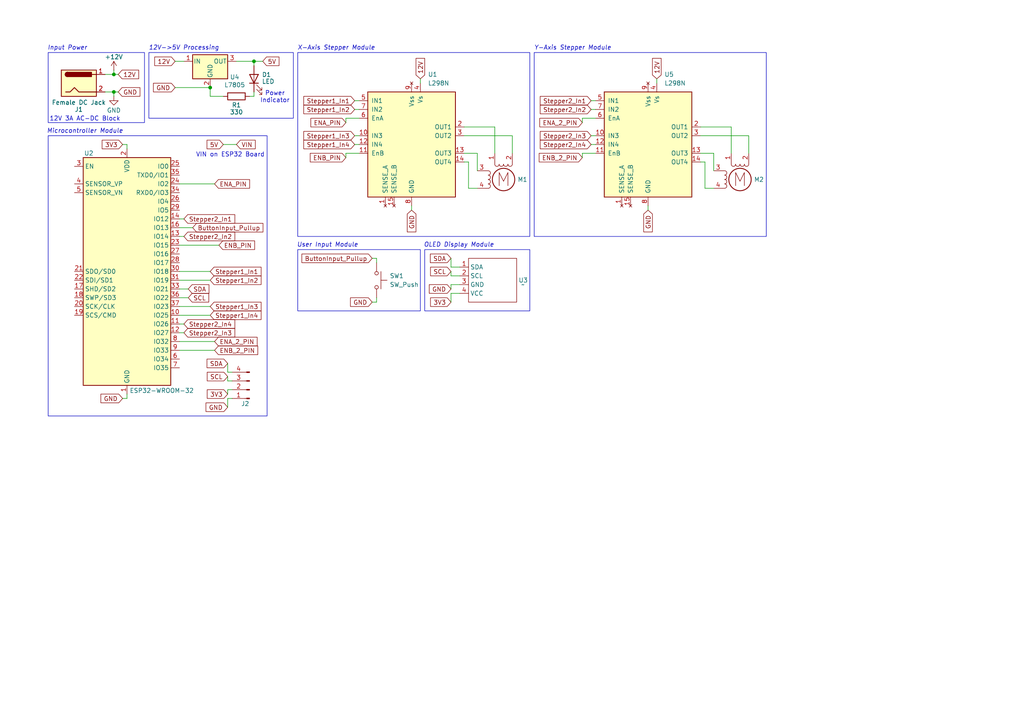
<source format=kicad_sch>
(kicad_sch (version 20231120) (generator "eeschema") (generator_version "8.0")
  (paper "A4")
  (lib_symbols
    (symbol "Connector:Conn_01x04_Pin" (pin_names (offset 1.016) hide)
      (property "Reference" "J" (at 0 5.08 0))
      (property "Value" "Conn_01x04_Pin" (at 0 -7.62 0))
      (symbol "Conn_01x04_Pin_1_1"
        (polyline (pts (xy 1.27 -5.08) (xy 0.8636 -5.08)) (stroke (width 0.1524)))
        (polyline (pts (xy 1.27 -2.54) (xy 0.8636 -2.54)) (stroke (width 0.1524)))
        (polyline (pts (xy 1.27 0) (xy 0.8636 0)) (stroke (width 0.1524)))
        (polyline (pts (xy 1.27 2.54) (xy 0.8636 2.54)) (stroke (width 0.1524)))
        (rectangle (start 0.8636 -4.953) (end 0 -5.207) (stroke (width 0.1524)) (fill (type outline)))
        (rectangle (start 0.8636 -2.413) (end 0 -2.667) (stroke (width 0.1524)) (fill (type outline)))
        (rectangle (start 0.8636 0.127) (end 0 -0.127) (stroke (width 0.1524)) (fill (type outline)))
        (rectangle (start 0.8636 2.667) (end 0 2.413) (stroke (width 0.1524)) (fill (type outline)))
        (pin passive line (at 5.08 2.54 180) (length 3.81) (name "Pin_1") (number "1"))
        (pin passive line (at 5.08 0 180) (length 3.81) (name "Pin_2") (number "2"))
        (pin passive line (at 5.08 -2.54 180) (length 3.81) (name "Pin_3") (number "3"))
        (pin passive line (at 5.08 -5.08 180) (length 3.81) (name "Pin_4") (number "4"))
      )
    )
    (symbol "Connector:Jack-DC" (pin_names (offset 1.016))
      (property "Reference" "J" (at 0 5.334 0))
      (property "Value" "Jack-DC" (at 0 -5.08 0))
      (symbol "Jack-DC_0_1"
        (rectangle (start -5.08 3.81) (end 5.08 -3.81) (stroke (width 0.254)) (fill (type background)))
        (arc (start -3.302 3.175) (mid -3.9343 2.54) (end -3.302 1.905) (stroke (width 0.254)))
        (arc (start -3.302 3.175) (mid -3.9343 2.54) (end -3.302 1.905) (stroke (width 0.254)) (fill (type outline)))
        (polyline (pts (xy 5.08 2.54) (xy 3.81 2.54)) (stroke (width 0.254)))
        (polyline (pts (xy -3.81 -2.54) (xy -2.54 -2.54) (xy -1.27 -1.27) (xy 0 -2.54) (xy 2.54 -2.54) (xy 5.08 -2.54)) (stroke (width 0.254)))
        (rectangle (start 3.683 3.175) (end -3.302 1.905) (stroke (width 0.254)) (fill (type outline)))
      )
      (symbol "Jack-DC_1_1"
        (pin passive line (at 7.62 2.54 180) (length 2.54) (name "~") (number "1"))
        (pin passive line (at 7.62 -2.54 180) (length 2.54) (name "~") (number "2"))
      )
    )
    (symbol "Device:LED" (pin_numbers hide) (pin_names (offset 1.016) hide)
      (property "Reference" "D" (at 0 2.54 0))
      (property "Value" "LED" (at 0 -2.54 0))
      (symbol "LED_0_1"
        (polyline (pts (xy -1.27 -1.27) (xy -1.27 1.27)) (stroke (width 0.254)))
        (polyline (pts (xy -1.27 0) (xy 1.27 0)))
        (polyline (pts (xy 1.27 -1.27) (xy 1.27 1.27) (xy -1.27 0) (xy 1.27 -1.27)) (stroke (width 0.254)))
        (polyline (pts (xy -3.048 -0.762) (xy -4.572 -2.286) (xy -3.81 -2.286) (xy -4.572 -2.286) (xy -4.572 -1.524)))
        (polyline (pts (xy -1.778 -0.762) (xy -3.302 -2.286) (xy -2.54 -2.286) (xy -3.302 -2.286) (xy -3.302 -1.524)))
      )
      (symbol "LED_1_1"
        (pin passive line (at -3.81 0 0) (length 2.54) (name "K") (number "1"))
        (pin passive line (at 3.81 0 180) (length 2.54) (name "A") (number "2"))
      )
    )
    (symbol "Device:R" (pin_numbers hide) (pin_names (offset 0))
      (property "Reference" "R" (at 2.032 0 90))
      (property "Value" "R" (at 0 0 90))
      (symbol "R_0_1"
        (rectangle (start -1.016 -2.54) (end 1.016 2.54) (stroke (width 0.254)))
      )
      (symbol "R_1_1"
        (pin passive line (at 0 3.81 270) (length 1.27) (name "~") (number "1"))
        (pin passive line (at 0 -3.81 90) (length 1.27) (name "~") (number "2"))
      )
    )
    (symbol "KiCadLibrary_LiDARProject:1.4{dblquote}_OLED"
      (property "Reference" "U" (at 0 0 0))
      (symbol "1.4{dblquote}_OLED_0_1"
        (rectangle (start -6.35 6.35) (end 6.35 -7.62))
      )
      (symbol "1.4{dblquote}_OLED_1_1"
        (pin bidirectional line (at -3.81 -10.16 90) (length 2.54) (name "SDA") (number "1"))
        (pin bidirectional line (at -1.27 -10.16 90) (length 2.54) (name "SCL") (number "2"))
        (pin power_out line (at 1.27 -10.16 90) (length 2.54) (name "GND") (number "3"))
        (pin power_in line (at 3.81 -10.16 90) (length 2.54) (name "VCC") (number "4"))
      )
    )
    (symbol "L298N_1" (pin_names (offset 1.016))
      (property "Reference" "U5" (at 4.7341 20.32 0))
      (property "Value" "L298N" (at 4.7341 17.78 0))
      (symbol "L298N_1_0_1"
        (rectangle (start -12.7 15.24) (end 12.7 -15.24) (stroke (width 0.254)) (fill (type background)))
      )
      (symbol "L298N_1_1_1"
        (pin no_connect line (at -7.62 -17.78 90) (length 2.54) (name "SENSE_A") (number "1"))
        (pin input line (at -15.24 2.54 0) (length 2.54) (name "IN3") (number "10"))
        (pin input line (at -15.24 -2.54 0) (length 2.54) (name "EnB") (number "11"))
        (pin input line (at -15.24 0 0) (length 2.54) (name "IN4") (number "12"))
        (pin output line (at 15.24 -2.54 180) (length 2.54) (name "OUT3") (number "13"))
        (pin output line (at 15.24 -5.08 180) (length 2.54) (name "OUT4") (number "14"))
        (pin no_connect line (at -5.08 -17.78 90) (length 2.54) (name "SENSE_B") (number "15"))
        (pin output line (at 15.24 5.08 180) (length 2.54) (name "OUT1") (number "2"))
        (pin output line (at 15.24 2.54 180) (length 2.54) (name "OUT2") (number "3"))
        (pin power_in line (at 2.54 17.78 270) (length 2.54) (name "Vs") (number "4"))
        (pin input line (at -15.24 12.7 0) (length 2.54) (name "IN1") (number "5"))
        (pin input line (at -15.24 7.62 0) (length 2.54) (name "EnA") (number "6"))
        (pin input line (at -15.24 10.16 0) (length 2.54) (name "IN2") (number "7"))
        (pin power_in line (at 0 -17.78 90) (length 2.54) (name "GND") (number "8"))
        (pin no_connect line (at 0 17.78 270) (length 2.54) (name "Vss") (number "9"))
      )
    )
    (symbol "L298N_2" (pin_names (offset 1.016))
      (property "Reference" "U1" (at 4.7341 20.32 0))
      (property "Value" "L298N" (at 4.7341 17.78 0))
      (symbol "L298N_2_0_1"
        (rectangle (start -12.7 15.24) (end 12.7 -15.24) (stroke (width 0.254)) (fill (type background)))
      )
      (symbol "L298N_2_1_1"
        (pin no_connect line (at -7.62 -17.78 90) (length 2.54) (name "SENSE_A") (number "1"))
        (pin input line (at -15.24 2.54 0) (length 2.54) (name "IN3") (number "10"))
        (pin input line (at -15.24 -2.54 0) (length 2.54) (name "EnB") (number "11"))
        (pin input line (at -15.24 0 0) (length 2.54) (name "IN4") (number "12"))
        (pin output line (at 15.24 -2.54 180) (length 2.54) (name "OUT3") (number "13"))
        (pin output line (at 15.24 -5.08 180) (length 2.54) (name "OUT4") (number "14"))
        (pin no_connect line (at -5.08 -17.78 90) (length 2.54) (name "SENSE_B") (number "15"))
        (pin output line (at 15.24 5.08 180) (length 2.54) (name "OUT1") (number "2"))
        (pin output line (at 15.24 2.54 180) (length 2.54) (name "OUT2") (number "3"))
        (pin power_in line (at 2.54 17.78 270) (length 2.54) (name "Vs") (number "4"))
        (pin input line (at -15.24 12.7 0) (length 2.54) (name "IN1") (number "5"))
        (pin input line (at -15.24 7.62 0) (length 2.54) (name "EnA") (number "6"))
        (pin input line (at -15.24 10.16 0) (length 2.54) (name "IN2") (number "7"))
        (pin power_in line (at 0 -17.78 90) (length 2.54) (name "GND") (number "8"))
        (pin no_connect line (at 0 17.78 270) (length 2.54) (name "Vss") (number "9"))
      )
    )
    (symbol "Motor:Stepper_Motor_bipolar" (pin_names (offset 0) hide)
      (property "Reference" "M" (at 3.81 2.54 0))
      (property "Value" "Stepper_Motor_bipolar" (at 3.81 1.27 0))
      (symbol "Stepper_Motor_bipolar_0_0"
        (polyline (pts (xy -1.27 -1.778) (xy -1.27 2.032) (xy 0 -0.508) (xy 1.27 2.032) (xy 1.27 -1.778)))
      )
      (symbol "Stepper_Motor_bipolar_0_1"
        (arc (start -4.445 -2.54) (mid -3.8127 -1.905) (end -4.445 -1.27))
        (arc (start -4.445 -1.27) (mid -3.8127 -0.635) (end -4.445 0))
        (arc (start -4.445 0) (mid -3.8127 0.635) (end -4.445 1.27))
        (arc (start -4.445 1.27) (mid -3.8127 1.905) (end -4.445 2.54))
        (arc (start -2.54 4.445) (mid -1.905 3.8127) (end -1.27 4.445))
        (arc (start -1.27 4.445) (mid -0.635 3.8127) (end 0 4.445))
        (polyline (pts (xy -5.08 -2.54) (xy -4.445 -2.54)))
        (polyline (pts (xy -5.08 2.54) (xy -4.445 2.54)))
        (polyline (pts (xy -2.54 5.08) (xy -2.54 4.445)))
        (polyline (pts (xy 2.54 5.08) (xy 2.54 4.445)))
        (circle (center 0 0) (radius 3.2512) (stroke (width 0.254)))
        (arc (start 0 4.445) (mid 0.635 3.8127) (end 1.27 4.445))
        (arc (start 1.27 4.445) (mid 1.905 3.8127) (end 2.54 4.445))
      )
      (symbol "Stepper_Motor_bipolar_1_1"
        (pin passive line (at -2.54 7.62 270) (length 2.54) (name "~") (number "1"))
        (pin passive line (at 2.54 7.62 270) (length 2.54) (name "-") (number "2"))
        (pin passive line (at -7.62 2.54 0) (length 2.54) (name "~") (number "3"))
        (pin passive line (at -7.62 -2.54 0) (length 2.54) (name "~") (number "4"))
      )
    )
    (symbol "RF_Module:ESP32-WROOM-32"
      (property "Reference" "U" (at -12.7 34.29 0))
      (property "Value" "ESP32-WROOM-32" (at 1.27 34.29 0))
      (symbol "ESP32-WROOM-32_0_1"
        (rectangle (start -12.7 33.02) (end 12.7 -33.02) (stroke (width 0.254)) (fill (type background)))
      )
      (symbol "ESP32-WROOM-32_1_1"
        (pin power_in line (at 0 -35.56 90) (length 2.54) (name "GND") (number "1"))
        (pin bidirectional line (at 15.24 -12.7 180) (length 2.54) (name "IO25") (number "10"))
        (pin bidirectional line (at 15.24 -15.24 180) (length 2.54) (name "IO26") (number "11"))
        (pin bidirectional line (at 15.24 -17.78 180) (length 2.54) (name "IO27") (number "12"))
        (pin bidirectional line (at 15.24 10.16 180) (length 2.54) (name "IO14") (number "13"))
        (pin bidirectional line (at 15.24 15.24 180) (length 2.54) (name "IO12") (number "14"))
        (pin passive line (at 0 -35.56 90) (length 2.54) hide (name "GND") (number "15"))
        (pin bidirectional line (at 15.24 12.7 180) (length 2.54) (name "IO13") (number "16"))
        (pin bidirectional line (at -15.24 -5.08 0) (length 2.54) (name "SHD/SD2") (number "17"))
        (pin bidirectional line (at -15.24 -7.62 0) (length 2.54) (name "SWP/SD3") (number "18"))
        (pin bidirectional line (at -15.24 -12.7 0) (length 2.54) (name "SCS/CMD") (number "19"))
        (pin power_in line (at 0 35.56 270) (length 2.54) (name "VDD") (number "2"))
        (pin bidirectional line (at -15.24 -10.16 0) (length 2.54) (name "SCK/CLK") (number "20"))
        (pin bidirectional line (at -15.24 0 0) (length 2.54) (name "SDO/SD0") (number "21"))
        (pin bidirectional line (at -15.24 -2.54 0) (length 2.54) (name "SDI/SD1") (number "22"))
        (pin bidirectional line (at 15.24 7.62 180) (length 2.54) (name "IO15") (number "23"))
        (pin bidirectional line (at 15.24 25.4 180) (length 2.54) (name "IO2") (number "24"))
        (pin bidirectional line (at 15.24 30.48 180) (length 2.54) (name "IO0") (number "25"))
        (pin bidirectional line (at 15.24 20.32 180) (length 2.54) (name "IO4") (number "26"))
        (pin bidirectional line (at 15.24 5.08 180) (length 2.54) (name "IO16") (number "27"))
        (pin bidirectional line (at 15.24 2.54 180) (length 2.54) (name "IO17") (number "28"))
        (pin bidirectional line (at 15.24 17.78 180) (length 2.54) (name "IO5") (number "29"))
        (pin input line (at -15.24 30.48 0) (length 2.54) (name "EN") (number "3"))
        (pin bidirectional line (at 15.24 0 180) (length 2.54) (name "IO18") (number "30"))
        (pin bidirectional line (at 15.24 -2.54 180) (length 2.54) (name "IO19") (number "31"))
        (pin no_connect line (at -12.7 -27.94 0) (length 2.54) hide (name "NC") (number "32"))
        (pin bidirectional line (at 15.24 -5.08 180) (length 2.54) (name "IO21") (number "33"))
        (pin bidirectional line (at 15.24 22.86 180) (length 2.54) (name "RXD0/IO3") (number "34"))
        (pin bidirectional line (at 15.24 27.94 180) (length 2.54) (name "TXD0/IO1") (number "35"))
        (pin bidirectional line (at 15.24 -7.62 180) (length 2.54) (name "IO22") (number "36"))
        (pin bidirectional line (at 15.24 -10.16 180) (length 2.54) (name "IO23") (number "37"))
        (pin passive line (at 0 -35.56 90) (length 2.54) hide (name "GND") (number "38"))
        (pin passive line (at 0 -35.56 90) (length 2.54) hide (name "GND") (number "39"))
        (pin input line (at -15.24 25.4 0) (length 2.54) (name "SENSOR_VP") (number "4"))
        (pin input line (at -15.24 22.86 0) (length 2.54) (name "SENSOR_VN") (number "5"))
        (pin input line (at 15.24 -25.4 180) (length 2.54) (name "IO34") (number "6"))
        (pin input line (at 15.24 -27.94 180) (length 2.54) (name "IO35") (number "7"))
        (pin bidirectional line (at 15.24 -20.32 180) (length 2.54) (name "IO32") (number "8"))
        (pin bidirectional line (at 15.24 -22.86 180) (length 2.54) (name "IO33") (number "9"))
      )
    )
    (symbol "Regulator_Linear:L7805" (pin_names (offset 0.254))
      (property "Reference" "U" (at -3.81 3.175 0))
      (property "Value" "L7805" (at 0 3.175 0))
      (symbol "L7805_0_1"
        (rectangle (start -5.08 1.905) (end 5.08 -5.08) (stroke (width 0.254)) (fill (type background)))
      )
      (symbol "L7805_1_1"
        (pin power_in line (at -7.62 0 0) (length 2.54) (name "IN") (number "1"))
        (pin power_in line (at 0 -7.62 90) (length 2.54) (name "GND") (number "2"))
        (pin power_out line (at 7.62 0 180) (length 2.54) (name "OUT") (number "3"))
      )
    )
    (symbol "Switch:SW_Push" (pin_numbers hide) (pin_names (offset 1.016) hide)
      (property "Reference" "SW" (at 1.27 2.54 0))
      (property "Value" "SW_Push" (at 0 -1.524 0))
      (symbol "SW_Push_0_1"
        (circle (center -2.032 0) (radius 0.508))
        (polyline (pts (xy 0 1.27) (xy 0 3.048)))
        (polyline (pts (xy 2.54 1.27) (xy -2.54 1.27)))
        (circle (center 2.032 0) (radius 0.508))
        (pin passive line (at -5.08 0 0) (length 2.54) (name "1") (number "1"))
        (pin passive line (at 5.08 0 180) (length 2.54) (name "2") (number "2"))
      )
    )
    (symbol "power:+12V" (power) (pin_numbers hide) (pin_names (offset 0) hide)
      (property "Value" "+12V" (at 0 3.556 0))
      (symbol "+12V_0_1"
        (polyline (pts (xy -0.762 1.27) (xy 0 2.54)))
        (polyline (pts (xy 0 0) (xy 0 2.54)))
        (polyline (pts (xy 0 2.54) (xy 0.762 1.27)))
      )
      (symbol "+12V_1_1"
        (pin power_in line (at 0 0 90) (length 0) (name "~") (number "1"))
      )
    )
    (symbol "power:GND" (power) (pin_numbers hide) (pin_names (offset 0) hide)
      (property "Value" "GND" (at 0 -3.81 0))
      (symbol "GND_0_1"
        (polyline (pts (xy 0 0) (xy 0 -1.27) (xy 1.27 -1.27) (xy 0 -2.54) (xy -1.27 -1.27) (xy 0 -1.27)))
      )
      (symbol "GND_1_1"
        (pin power_in line (at 0 0 270) (length 0) (name "~") (number "1"))
      )
    )
  )
  (junction (at 33.02 26.67))
  (junction (at 60.96 25.4))
  (junction (at 33.02 21.59))
  (junction (at 73.66 17.78))
  (wire (pts (xy 66.04 118.11) (xy 66.04 115.57)))
  (wire (pts (xy 52.07 81.28) (xy 60.96 81.28)))
  (wire (pts (xy 190.5 22.86) (xy 190.5 24.13)))
  (wire (pts (xy 66.04 110.49) (xy 67.31 110.49)))
  (wire (pts (xy 130.81 80.01) (xy 133.35 80.01)))
  (wire (pts (xy 100.33 45.72) (xy 100.33 44.45)))
  (wire (pts (xy 54.61 86.36) (xy 52.07 86.36)))
  (wire (pts (xy 73.66 26.67) (xy 73.66 27.94)))
  (wire (pts (xy 109.22 86.36) (xy 109.22 87.63)))
  (wire (pts (xy 168.91 34.29) (xy 172.72 34.29)))
  (wire (pts (xy 30.48 21.59) (xy 33.02 21.59)))
  (wire (pts (xy 36.83 114.3) (xy 36.83 115.57)))
  (wire (pts (xy 66.04 115.57) (xy 67.31 115.57)))
  (wire (pts (xy 52.07 66.04) (xy 55.88 66.04)))
  (wire (pts (xy 52.07 63.5) (xy 53.34 63.5)))
  (wire (pts (xy 52.07 71.12) (xy 63.5 71.12)))
  (wire (pts (xy 119.38 59.69) (xy 119.38 60.96)))
  (wire (pts (xy 33.02 26.67) (xy 34.29 26.67)))
  (wire (pts (xy 134.62 46.99) (xy 135.89 46.99)))
  (wire (pts (xy 207.01 44.45) (xy 207.01 49.53)))
  (wire (pts (xy 35.56 41.91) (xy 36.83 41.91)))
  (wire (pts (xy 135.89 46.99) (xy 135.89 54.61)))
  (wire (pts (xy 148.59 39.37) (xy 148.59 44.45)))
  (wire (pts (xy 130.81 87.63) (xy 130.81 85.09)))
  (wire (pts (xy 143.51 36.83) (xy 143.51 44.45)))
  (wire (pts (xy 36.83 115.57) (xy 35.56 115.57)))
  (wire (pts (xy 203.2 39.37) (xy 217.17 39.37)))
  (wire (pts (xy 52.07 68.58) (xy 53.34 68.58)))
  (wire (pts (xy 73.66 17.78) (xy 73.66 19.05)))
  (wire (pts (xy 171.45 29.21) (xy 172.72 29.21)))
  (wire (pts (xy 66.04 107.95) (xy 67.31 107.95)))
  (wire (pts (xy 212.09 36.83) (xy 212.09 44.45)))
  (wire (pts (xy 52.07 99.06) (xy 62.23 99.06)))
  (wire (pts (xy 50.8 17.78) (xy 53.34 17.78)))
  (wire (pts (xy 68.58 17.78) (xy 73.66 17.78)))
  (wire (pts (xy 130.81 78.74) (xy 130.81 80.01)))
  (wire (pts (xy 52.07 91.44) (xy 60.96 91.44)))
  (wire (pts (xy 100.33 35.56) (xy 100.33 34.29)))
  (wire (pts (xy 102.87 29.21) (xy 104.14 29.21)))
  (wire (pts (xy 203.2 36.83) (xy 212.09 36.83)))
  (wire (pts (xy 168.91 35.56) (xy 168.91 34.29)))
  (wire (pts (xy 134.62 36.83) (xy 143.51 36.83)))
  (wire (pts (xy 204.47 46.99) (xy 204.47 54.61)))
  (wire (pts (xy 73.66 27.94) (xy 72.39 27.94)))
  (wire (pts (xy 52.07 53.34) (xy 62.23 53.34)))
  (wire (pts (xy 187.96 59.69) (xy 187.96 60.96)))
  (wire (pts (xy 36.83 41.91) (xy 36.83 43.18)))
  (wire (pts (xy 134.62 44.45) (xy 138.43 44.45)))
  (wire (pts (xy 100.33 34.29) (xy 104.14 34.29)))
  (wire (pts (xy 100.33 44.45) (xy 104.14 44.45)))
  (wire (pts (xy 30.48 26.67) (xy 33.02 26.67)))
  (wire (pts (xy 102.87 39.37) (xy 104.14 39.37)))
  (wire (pts (xy 130.81 77.47) (xy 133.35 77.47)))
  (wire (pts (xy 109.22 74.93) (xy 107.95 74.93)))
  (wire (pts (xy 130.81 83.82) (xy 130.81 82.55)))
  (wire (pts (xy 54.61 83.82) (xy 52.07 83.82)))
  (wire (pts (xy 102.87 31.75) (xy 104.14 31.75)))
  (wire (pts (xy 109.22 76.2) (xy 109.22 74.93)))
  (wire (pts (xy 168.91 44.45) (xy 172.72 44.45)))
  (wire (pts (xy 171.45 41.91) (xy 172.72 41.91)))
  (wire (pts (xy 33.02 27.94) (xy 33.02 26.67)))
  (wire (pts (xy 130.81 74.93) (xy 130.81 77.47)))
  (wire (pts (xy 33.02 20.32) (xy 33.02 21.59)))
  (wire (pts (xy 135.89 54.61) (xy 138.43 54.61)))
  (wire (pts (xy 168.91 45.72) (xy 168.91 44.45)))
  (wire (pts (xy 66.04 109.22) (xy 66.04 110.49)))
  (wire (pts (xy 109.22 87.63) (xy 107.95 87.63)))
  (wire (pts (xy 52.07 101.6) (xy 62.23 101.6)))
  (wire (pts (xy 171.45 31.75) (xy 172.72 31.75)))
  (wire (pts (xy 52.07 96.52) (xy 53.34 96.52)))
  (wire (pts (xy 121.92 22.86) (xy 121.92 24.13)))
  (wire (pts (xy 130.81 85.09) (xy 133.35 85.09)))
  (wire (pts (xy 52.07 78.74) (xy 60.96 78.74)))
  (wire (pts (xy 60.96 27.94) (xy 60.96 25.4)))
  (wire (pts (xy 138.43 44.45) (xy 138.43 49.53)))
  (wire (pts (xy 203.2 46.99) (xy 204.47 46.99)))
  (wire (pts (xy 64.77 27.94) (xy 60.96 27.94)))
  (wire (pts (xy 52.07 93.98) (xy 53.34 93.98)))
  (wire (pts (xy 33.02 21.59) (xy 34.29 21.59)))
  (wire (pts (xy 66.04 113.03) (xy 67.31 113.03)))
  (wire (pts (xy 73.66 17.78) (xy 76.2 17.78)))
  (wire (pts (xy 102.87 41.91) (xy 104.14 41.91)))
  (wire (pts (xy 204.47 54.61) (xy 207.01 54.61)))
  (wire (pts (xy 64.77 41.91) (xy 68.58 41.91)))
  (wire (pts (xy 66.04 114.3) (xy 66.04 113.03)))
  (wire (pts (xy 171.45 39.37) (xy 172.72 39.37)))
  (wire (pts (xy 203.2 44.45) (xy 207.01 44.45)))
  (wire (pts (xy 130.81 82.55) (xy 133.35 82.55)))
  (wire (pts (xy 217.17 39.37) (xy 217.17 44.45)))
  (wire (pts (xy 134.62 39.37) (xy 148.59 39.37)))
  (wire (pts (xy 50.8 25.4) (xy 60.96 25.4)))
  (wire (pts (xy 52.07 88.9) (xy 60.96 88.9)))
  (wire (pts (xy 66.04 105.41) (xy 66.04 107.95)))
  (rectangle (start 13.97 15.24) (end 41.91 35.56))
  (rectangle (start 123.19 72.39) (end 153.67 90.17))
  (rectangle (start 43.18 15.24) (end 85.09 34.29))
  (rectangle (start 86.36 72.39) (end 121.92 90.17))
  (rectangle (start 154.94 15.24) (end 222.25 68.58))
  (rectangle (start 13.97 39.37) (end 77.47 120.65))
  (rectangle (start 86.36 15.24) (end 153.67 68.58))
  (text "OLED Display Module" (at 133.096 71.12 0) (effects (font (size 1.27 1.27) (italic yes))))
  (text "Y-Axis Stepper Module" (at 166.116 13.97 0) (effects (font (size 1.27 1.27) (italic yes))))
  (text "Microcontroller Module" (at 24.638 38.1 0) (effects (font (size 1.27 1.27) (italic yes))))
  (text "Input Power" (at 19.558 13.97 0) (effects (font (size 1.27 1.27) (italic yes))))
  (text "X-Axis Stepper Module" (at 97.536 13.97 0) (effects (font (size 1.27 1.27) (italic yes))))
  (text "VIN on ESP32 Board" (at 66.802 44.958 0) (effects (font (size 1.27 1.27))))
  (text "12V->5V Processing" (at 53.34 13.97 0) (effects (font (size 1.27 1.27) (italic yes))))
  (text "Power\nIndicator" (at 79.756 28.194 0) (effects (font (size 1.27 1.27))))
  (text "User Input Module" (at 94.996 71.12 0) (effects (font (size 1.27 1.27) (italic yes))))
  (text "12V 3A AC-DC Block" (at 24.638 34.544 0) (effects (font (size 1.27 1.27))))
  (global_label "12V" (shape input) (at 190.5 22.86 90) (property "Intersheetrefs" "${INTERSHEET_REFS}" (effects (hide yes))))
  (global_label "Stepper1_In1" (shape input) (at 60.96 78.74 0) (property "Intersheetrefs" "${INTERSHEET_REFS}" (effects (hide yes))))
  (global_label "12V" (shape input) (at 34.29 21.59 0) (property "Intersheetrefs" "${INTERSHEET_REFS}" (effects (hide yes))))
  (global_label "GND" (shape input) (at 66.04 118.11 180) (property "Intersheetrefs" "${INTERSHEET_REFS}" (effects (hide yes))))
  (global_label "GND" (shape input) (at 50.8 25.4 180) (property "Intersheetrefs" "${INTERSHEET_REFS}" (effects (hide yes))))
  (global_label "ButtonInput_Pullup" (shape input) (at 55.88 66.04 0) (property "Intersheetrefs" "${INTERSHEET_REFS}" (effects (hide yes))))
  (global_label "Stepper1_In3" (shape input) (at 102.87 39.37 180) (property "Intersheetrefs" "${INTERSHEET_REFS}" (effects (hide yes))))
  (global_label "ButtonInput_Pullup" (shape input) (at 107.95 74.93 180) (property "Intersheetrefs" "${INTERSHEET_REFS}" (effects (hide yes))))
  (global_label "Stepper2_In1" (shape input) (at 171.45 29.21 180) (property "Intersheetrefs" "${INTERSHEET_REFS}" (effects (hide yes))))
  (global_label "SDA" (shape input) (at 66.04 105.41 180) (property "Intersheetrefs" "${INTERSHEET_REFS}" (effects (hide yes))))
  (global_label "ENA_2_PIN" (shape input) (at 62.23 99.06 0) (property "Intersheetrefs" "${INTERSHEET_REFS}" (effects (hide yes))))
  (global_label "Stepper2_In2" (shape input) (at 171.45 31.75 180) (property "Intersheetrefs" "${INTERSHEET_REFS}" (effects (hide yes))))
  (global_label "12V" (shape input) (at 121.92 22.86 90) (property "Intersheetrefs" "${INTERSHEET_REFS}" (effects (hide yes))))
  (global_label "Stepper1_In4" (shape input) (at 60.96 91.44 0) (property "Intersheetrefs" "${INTERSHEET_REFS}" (effects (hide yes))))
  (global_label "ENA_2_PIN" (shape input) (at 168.91 35.56 180) (property "Intersheetrefs" "${INTERSHEET_REFS}" (effects (hide yes))))
  (global_label "VIN" (shape input) (at 68.58 41.91 0) (property "Intersheetrefs" "${INTERSHEET_REFS}" (effects (hide yes))))
  (global_label "5V" (shape input) (at 76.2 17.78 0) (property "Intersheetrefs" "${INTERSHEET_REFS}" (effects (hide yes))))
  (global_label "GND" (shape input) (at 35.56 115.57 180) (property "Intersheetrefs" "${INTERSHEET_REFS}" (effects (hide yes))))
  (global_label "SCL" (shape input) (at 130.81 78.74 180) (property "Intersheetrefs" "${INTERSHEET_REFS}" (effects (hide yes))))
  (global_label "SCL" (shape input) (at 66.04 109.22 180) (property "Intersheetrefs" "${INTERSHEET_REFS}" (effects (hide yes))))
  (global_label "3V3" (shape input) (at 130.81 87.63 180) (property "Intersheetrefs" "${INTERSHEET_REFS}" (effects (hide yes))))
  (global_label "Stepper2_In2" (shape input) (at 53.34 68.58 0) (property "Intersheetrefs" "${INTERSHEET_REFS}" (effects (hide yes))))
  (global_label "Stepper2_In3" (shape input) (at 171.45 39.37 180) (property "Intersheetrefs" "${INTERSHEET_REFS}" (effects (hide yes))))
  (global_label "Stepper1_In1" (shape input) (at 102.87 29.21 180) (property "Intersheetrefs" "${INTERSHEET_REFS}" (effects (hide yes))))
  (global_label "Stepper1_In2" (shape input) (at 102.87 31.75 180) (property "Intersheetrefs" "${INTERSHEET_REFS}" (effects (hide yes))))
  (global_label "SDA" (shape input) (at 130.81 74.93 180) (property "Intersheetrefs" "${INTERSHEET_REFS}" (effects (hide yes))))
  (global_label "Stepper1_In2" (shape input) (at 60.96 81.28 0) (property "Intersheetrefs" "${INTERSHEET_REFS}" (effects (hide yes))))
  (global_label "Stepper2_In4" (shape input) (at 53.34 93.98 0) (property "Intersheetrefs" "${INTERSHEET_REFS}" (effects (hide yes))))
  (global_label "SDA" (shape input) (at 54.61 83.82 0) (property "Intersheetrefs" "${INTERSHEET_REFS}" (effects (hide yes))))
  (global_label "ENB_2_PIN" (shape input) (at 62.23 101.6 0) (property "Intersheetrefs" "${INTERSHEET_REFS}" (effects (hide yes))))
  (global_label "5V" (shape input) (at 64.77 41.91 180) (property "Intersheetrefs" "${INTERSHEET_REFS}" (effects (hide yes))))
  (global_label "ENA_PIN" (shape input) (at 100.33 35.56 180) (property "Intersheetrefs" "${INTERSHEET_REFS}" (effects (hide yes))))
  (global_label "Stepper1_In3" (shape input) (at 60.96 88.9 0) (property "Intersheetrefs" "${INTERSHEET_REFS}" (effects (hide yes))))
  (global_label "Stepper2_In3" (shape input) (at 53.34 96.52 0) (property "Intersheetrefs" "${INTERSHEET_REFS}" (effects (hide yes))))
  (global_label "3V3" (shape input) (at 66.04 114.3 180) (property "Intersheetrefs" "${INTERSHEET_REFS}" (effects (hide yes))))
  (global_label "GND" (shape input) (at 187.96 60.96 270) (property "Intersheetrefs" "${INTERSHEET_REFS}" (effects (hide yes))))
  (global_label "ENB_2_PIN" (shape input) (at 168.91 45.72 180) (property "Intersheetrefs" "${INTERSHEET_REFS}" (effects (hide yes))))
  (global_label "GND" (shape input) (at 34.29 26.67 0) (property "Intersheetrefs" "${INTERSHEET_REFS}" (effects (hide yes))))
  (global_label "GND" (shape input) (at 130.81 83.82 180) (property "Intersheetrefs" "${INTERSHEET_REFS}" (effects (hide yes))))
  (global_label "ENB_PIN" (shape input) (at 100.33 45.72 180) (property "Intersheetrefs" "${INTERSHEET_REFS}" (effects (hide yes))))
  (global_label "3V3" (shape input) (at 35.56 41.91 180) (property "Intersheetrefs" "${INTERSHEET_REFS}" (effects (hide yes))))
  (global_label "GND" (shape input) (at 107.95 87.63 180) (property "Intersheetrefs" "${INTERSHEET_REFS}" (effects (hide yes))))
  (global_label "Stepper2_In1" (shape input) (at 53.34 63.5 0) (property "Intersheetrefs" "${INTERSHEET_REFS}" (effects (hide yes))))
  (global_label "ENB_PIN" (shape input) (at 63.5 71.12 0) (property "Intersheetrefs" "${INTERSHEET_REFS}" (effects (hide yes))))
  (global_label "Stepper1_In4" (shape input) (at 102.87 41.91 180) (property "Intersheetrefs" "${INTERSHEET_REFS}" (effects (hide yes))))
  (global_label "GND" (shape input) (at 119.38 60.96 270) (property "Intersheetrefs" "${INTERSHEET_REFS}" (effects (hide yes))))
  (global_label "SCL" (shape input) (at 54.61 86.36 0) (property "Intersheetrefs" "${INTERSHEET_REFS}" (effects (hide yes))))
  (global_label "ENA_PIN" (shape input) (at 62.23 53.34 0) (property "Intersheetrefs" "${INTERSHEET_REFS}" (effects (hide yes))))
  (global_label "Stepper2_In4" (shape input) (at 171.45 41.91 180) (property "Intersheetrefs" "${INTERSHEET_REFS}" (effects (hide yes))))
  (global_label "12V" (shape input) (at 50.8 17.78 180) (property "Intersheetrefs" "${INTERSHEET_REFS}" (effects (hide yes))))
  (symbol (lib_id "RF_Module:ESP32-WROOM-32") (at 36.83 78.74 0) (unit 1)
    (property "Reference" "U2" (at 24.384 44.45 0) (effects (justify left)))
    (property "Value" "ESP32-WROOM-32" (at 37.592 113.284 0) (effects (justify left)))
    (property "Footprint" "RF_Module:ESP32-WROOM-32" (effects (hide yes)))
    (property "Datasheet" "https://www.espressif.com/sites/default/files/documentation/esp32-wroom-32_datasheet_en.pdf" (effects (hide yes)))
    (property "Description" "RF Module, ESP32-D0WDQ6 SoC, Wi-Fi 802.11b/g/n, Bluetooth, BLE, 32-bit, 2.7-3.6V, onboard antenna, SMD" (effects (hide yes)))
  )
  (symbol (lib_id "Switch:SW_Push") (at 109.22 81.28 270) (unit 1)
    (property "Reference" "SW1" (at 113.03 80.0099 90) (effects (justify left)))
    (property "Value" "SW_Push" (at 113.03 82.5499 90) (effects (justify left)))
    (property "Description" "Push button switch, generic, two pins" (effects (hide yes)))
  )
  (symbol (lib_name "L298N_1") (lib_id "Driver_Motor:L298N") (at 187.96 41.91 0) (unit 1)
    (property "Reference" "U5" (at 192.6941 21.59 0) (effects (justify left)))
    (property "Value" "L298N" (at 192.6941 24.13 0) (effects (justify left)))
    (property "Footprint" "Package_TO_SOT_THT:TO-220-15_P2.54x2.54mm_StaggerOdd_Lead4.58mm_Vertical" (effects (hide yes)))
    (property "Datasheet" "http://www.st.com/st-web-ui/static/active/en/resource/technical/document/datasheet/CD00000240.pdf" (effects (hide yes)))
    (property "Description" "Dual full bridge motor driver, up to 46V, 4A, Multiwatt15-V" (effects (hide yes)))
  )
  (symbol (lib_id "KiCadLibrary_LiDARProject:1.4{dblquote}_OLED") (at 143.51 81.28 270) (unit 1)
    (property "Reference" "U3" (at 150.368 81.28 90) (effects (justify left)))
    (property "Value" "~" (at 151.13 82.55 90) (effects (justify left)))
  )
  (symbol (lib_id "Motor:Stepper_Motor_bipolar") (at 214.63 52.07 0) (unit 1)
    (property "Reference" "M2" (at 218.694 52.07 0) (effects (justify left)))
    (property "Value" "Stepper_Motor_bipolar" (effects (hide yes)))
    (property "Datasheet" "http://www.infineon.com/dgdl/Application-Note-TLE8110EE_driving_UniPolarStepperMotor_V1.1.pdf?fileId=db3a30431be39b97011be5d0aa0a00b0" (effects (hide yes)))
    (property "Description" "4-wire bipolar stepper motor" (effects (hide yes)))
  )
  (symbol (lib_id "Connector:Jack-DC") (at 22.86 24.13 0) (unit 1)
    (property "Reference" "J1" (at 22.86 31.75 0))
    (property "Value" "Female DC Jack" (at 22.86 29.718 0))
    (property "Description" "DC Barrel Jack" (effects (hide yes)))
  )
  (symbol (lib_id "power:GND") (at 33.02 27.94 0) (unit 1)
    (property "Reference" "#PWR02" (effects (hide yes)))
    (property "Value" "GND" (at 33.02 32.004 0))
    (property "Description" "Power symbol creates a global label with name \"GND\" , ground" (effects (hide yes)))
  )
  (symbol (lib_id "Regulator_Linear:L7805") (at 60.96 17.78 0) (unit 1)
    (property "Reference" "U4" (at 68.072 22.352 0))
    (property "Value" "L7805" (at 68.072 24.638 0))
    (property "Datasheet" "http://www.st.com/content/ccc/resource/technical/document/datasheet/41/4f/b3/b0/12/d4/47/88/CD00000444.pdf/files/CD00000444.pdf/jcr:content/translations/en.CD00000444.pdf" (effects (hide yes)))
    (property "Description" "Positive 1.5A 35V Linear Regulator, Fixed Output 5V, TO-220/TO-263/TO-252" (effects (hide yes)))
  )
  (symbol (lib_id "Connector:Conn_01x04_Pin") (at 72.39 113.03 180) (unit 1)
    (property "Reference" "J2" (at 71.12 117.094 0))
    (property "Value" "Conn_01x04_Pin" (effects (hide yes)))
    (property "Footprint" "Connector_PinHeader_2.54mm:PinHeader_1x04_P2.54mm_Vertical" (effects (hide yes)))
    (property "Description" "Generic connector, single row, 01x04, script generated" (effects (hide yes)))
  )
  (symbol (lib_id "Motor:Stepper_Motor_bipolar") (at 146.05 52.07 0) (unit 1)
    (property "Reference" "M1" (at 150.114 52.07 0) (effects (justify left)))
    (property "Value" "Stepper_Motor_bipolar" (effects (hide yes)))
    (property "Datasheet" "http://www.infineon.com/dgdl/Application-Note-TLE8110EE_driving_UniPolarStepperMotor_V1.1.pdf?fileId=db3a30431be39b97011be5d0aa0a00b0" (effects (hide yes)))
    (property "Description" "4-wire bipolar stepper motor" (effects (hide yes)))
  )
  (symbol (lib_name "L298N_2") (lib_id "Driver_Motor:L298N") (at 119.38 41.91 0) (unit 1)
    (property "Reference" "U1" (at 124.1141 21.59 0) (effects (justify left)))
    (property "Value" "L298N" (at 124.1141 24.13 0) (effects (justify left)))
    (property "Footprint" "Package_TO_SOT_THT:TO-220-15_P2.54x2.54mm_StaggerOdd_Lead4.58mm_Vertical" (effects (hide yes)))
    (property "Datasheet" "http://www.st.com/st-web-ui/static/active/en/resource/technical/document/datasheet/CD00000240.pdf" (effects (hide yes)))
    (property "Description" "Dual full bridge motor driver, up to 46V, 4A, Multiwatt15-V" (effects (hide yes)))
  )
  (symbol (lib_id "power:+12V") (at 33.02 20.32 0) (unit 1)
    (property "Reference" "#PWR01" (effects (hide yes)))
    (property "Value" "+12V" (at 33.02 16.51 0))
    (property "Description" "Power symbol creates a global label with name \"+12V\"" (effects (hide yes)))
  )
  (symbol (lib_id "Device:R") (at 68.58 27.94 90) (unit 1)
    (property "Reference" "R1" (at 68.58 30.48 90))
    (property "Value" "330" (at 68.58 32.512 90))
    (property "Footprint" "Resistor_SMD:R_1206_3216Metric" (effects (hide yes)))
    (property "Description" "Resistor" (effects (hide yes)))
  )
  (symbol (lib_id "Device:LED") (at 73.66 22.86 90) (unit 1)
    (property "Reference" "D1" (at 75.946 21.6534 90) (effects (justify right)))
    (property "Value" "LED" (at 75.946 23.622 90) (effects (justify right)))
    (property "Footprint" "LED_SMD:LED_1206_3216Metric" (effects (hide yes)))
    (property "Description" "Light emitting diode" (effects (hide yes)))
  )
)
</source>
